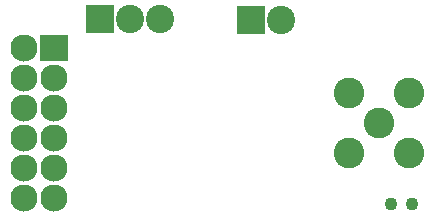
<source format=gbr>
G04 #@! TF.FileFunction,Soldermask,Bot*
%FSLAX46Y46*%
G04 Gerber Fmt 4.6, Leading zero omitted, Abs format (unit mm)*
G04 Created by KiCad (PCBNEW 4.0.2+dfsg1-stable) date ven. 22 févr. 2019 08:36:17 CET*
%MOMM*%
G01*
G04 APERTURE LIST*
%ADD10C,0.100000*%
%ADD11R,2.400000X2.300000*%
%ADD12C,2.300000*%
%ADD13C,2.599640*%
%ADD14R,2.400000X2.400000*%
%ADD15C,2.400000*%
%ADD16C,1.100000*%
G04 APERTURE END LIST*
D10*
D11*
X136030000Y-98650000D03*
D12*
X136030000Y-101190000D03*
X136030000Y-103730000D03*
X136030000Y-106270000D03*
X136030000Y-108810000D03*
X136030000Y-111350000D03*
X133490000Y-98650000D03*
X133490000Y-101190000D03*
X133490000Y-103730000D03*
X133490000Y-106270000D03*
X133490000Y-108810000D03*
X133490000Y-111350000D03*
D13*
X161036000Y-107540000D03*
X161036000Y-102460000D03*
X166116000Y-107540000D03*
X166116000Y-102460000D03*
X163576000Y-105000000D03*
D14*
X139960000Y-96160000D03*
D15*
X142500000Y-96160000D03*
X145040000Y-96160000D03*
D14*
X152710000Y-96220000D03*
D15*
X155250000Y-96220000D03*
D16*
X166350000Y-111800000D03*
X164550000Y-111800000D03*
M02*

</source>
